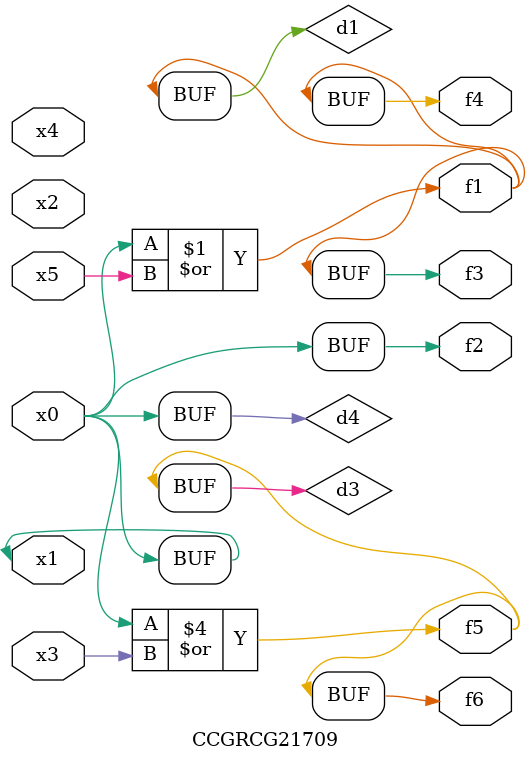
<source format=v>
module CCGRCG21709(
	input x0, x1, x2, x3, x4, x5,
	output f1, f2, f3, f4, f5, f6
);

	wire d1, d2, d3, d4;

	or (d1, x0, x5);
	xnor (d2, x1, x4);
	or (d3, x0, x3);
	buf (d4, x0, x1);
	assign f1 = d1;
	assign f2 = d4;
	assign f3 = d1;
	assign f4 = d1;
	assign f5 = d3;
	assign f6 = d3;
endmodule

</source>
